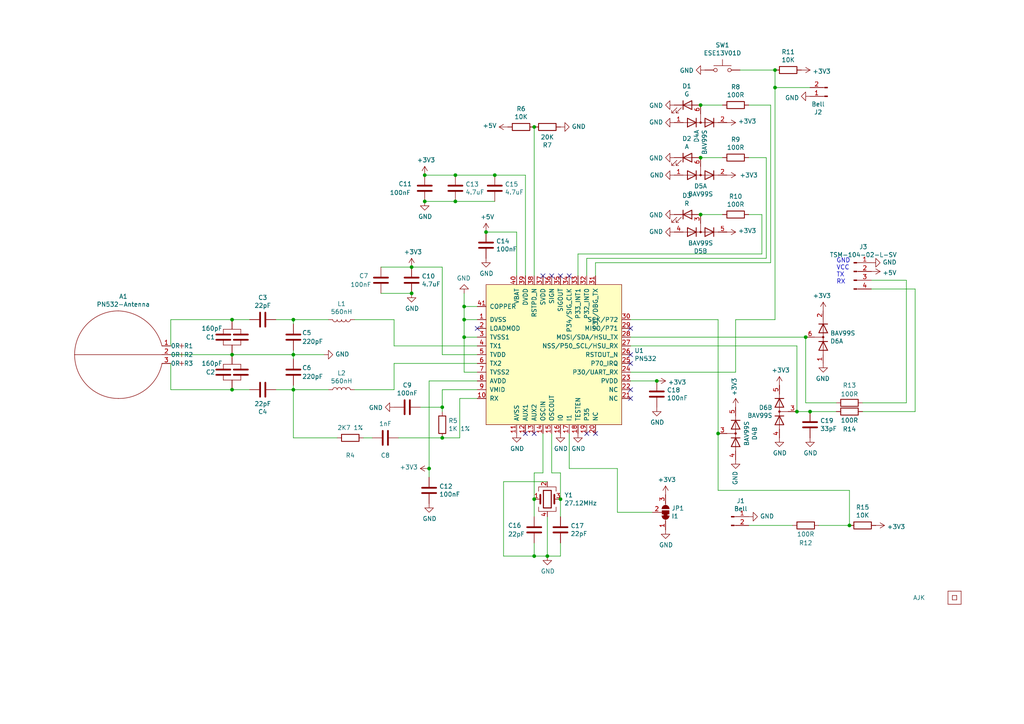
<source format=kicad_sch>
(kicad_sch (version 20211123) (generator eeschema)
  (paper "A4")
  (title_block (title "PN532 NFC Board") (date "${DATE}") (rev "7") (company "Adrian Kennard Andrews & Arnold Ltd") (comment 1 "www.me.uk"))
  (lib_symbols
    (symbol "Connector:Conn_01x02_Male" (pin_names (offset 1.016) hide)
      (property "Reference" "J" (at 0 2.54 0))
      (property "Value" "Conn_01x02_Male" (at 0 -5.08 0))
      (symbol "Conn_01x02_Male_1_1"
        (polyline (pts (xy 1.27 -2.54) (xy 0.8636 -2.54)) (stroke (width 0.1524)))
        (polyline (pts (xy 1.27 0) (xy 0.8636 0)) (stroke (width 0.1524)))
        (rectangle (start 0.8636 -2.413) (end 0 -2.667) (stroke (width 0.1524)) (fill (type outline)))
        (rectangle (start 0.8636 0.127) (end 0 -0.127) (stroke (width 0.1524)) (fill (type outline)))
        (pin passive line (at 5.08 0 180) (length 3.81) (name "Pin_1") (number "1"))
        (pin passive line (at 5.08 -2.54 180) (length 3.81) (name "Pin_2") (number "2"))
      )
    )
    (symbol "Connector:Conn_01x04_Male" (pin_names (offset 1.016) hide)
      (property "Reference" "J" (at 0 5.08 0))
      (property "Value" "Conn_01x04_Male" (at 0 -7.62 0))
      (symbol "Conn_01x04_Male_1_1"
        (polyline (pts (xy 1.27 -5.08) (xy 0.8636 -5.08)) (stroke (width 0.1524)))
        (polyline (pts (xy 1.27 -2.54) (xy 0.8636 -2.54)) (stroke (width 0.1524)))
        (polyline (pts (xy 1.27 0) (xy 0.8636 0)) (stroke (width 0.1524)))
        (polyline (pts (xy 1.27 2.54) (xy 0.8636 2.54)) (stroke (width 0.1524)))
        (rectangle (start 0.8636 -4.953) (end 0 -5.207) (stroke (width 0.1524)) (fill (type outline)))
        (rectangle (start 0.8636 -2.413) (end 0 -2.667) (stroke (width 0.1524)) (fill (type outline)))
        (rectangle (start 0.8636 0.127) (end 0 -0.127) (stroke (width 0.1524)) (fill (type outline)))
        (rectangle (start 0.8636 2.667) (end 0 2.413) (stroke (width 0.1524)) (fill (type outline)))
        (pin passive line (at 5.08 2.54 180) (length 3.81) (name "Pin_1") (number "1"))
        (pin passive line (at 5.08 0 180) (length 3.81) (name "Pin_2") (number "2"))
        (pin passive line (at 5.08 -2.54 180) (length 3.81) (name "Pin_3") (number "3"))
        (pin passive line (at 5.08 -5.08 180) (length 3.81) (name "Pin_4") (number "4"))
      )
    )
    (symbol "Cx2_1" (pin_numbers hide) (pin_names (offset 0.254))
      (property "Reference" "C" (at 0.635 3.429 0))
      (property "Value" "Cx2_1" (at 2.921 -3.429 0))
      (property "Note" "May be two 0603 parts" (at 0 0 0))
      (symbol "Cx2_1_0_1"
        (polyline (pts (xy -2.032 -0.762) (xy 2.032 -0.762)) (stroke (width 0.508)))
        (polyline (pts (xy -2.032 0.762) (xy 2.032 0.762)) (stroke (width 0.508)))
        (polyline (pts (xy 0 -2.286) (xy 0 -0.762)))
        (polyline (pts (xy 0 -2.286) (xy 5.08 -2.286)))
        (polyline (pts (xy 0 2.286) (xy 0 0.889)))
        (polyline (pts (xy 0 2.286) (xy 5.08 2.286)))
        (polyline (pts (xy 5.08 -2.286) (xy 5.08 -0.762)))
        (polyline (pts (xy 5.08 2.286) (xy 5.08 0.635)))
      )
      (symbol "Cx2_1_1_1"
        (polyline (pts (xy 3.048 -0.762) (xy 7.112 -0.762)) (stroke (width 0.508)))
        (polyline (pts (xy 3.048 0.762) (xy 7.112 0.762)) (stroke (width 0.508)))
        (pin passive line (at 2.54 5.08 270) (length 2.794) (name "~") (number "1"))
        (pin passive line (at 2.54 -5.08 90) (length 2.794) (name "~") (number "2"))
      )
    )
    (symbol "Device:C" (pin_numbers hide) (pin_names (offset 0.254))
      (property "Reference" "C" (at 0.635 2.54 0))
      (property "Value" "C" (at 0.635 -2.54 0))
      (symbol "C_0_1"
        (polyline (pts (xy -2.032 -0.762) (xy 2.032 -0.762)) (stroke (width 0.508)))
        (polyline (pts (xy -2.032 0.762) (xy 2.032 0.762)) (stroke (width 0.508)))
      )
      (symbol "C_1_1"
        (pin passive line (at 0 3.81 270) (length 2.794) (name "~") (number "1"))
        (pin passive line (at 0 -3.81 90) (length 2.794) (name "~") (number "2"))
      )
    )
    (symbol "Device:Crystal_GND24" (pin_names (offset 1.016) hide)
      (property "Reference" "Y" (at 3.175 5.08 0))
      (property "Value" "Crystal_GND24" (at 3.175 3.175 0))
      (symbol "Crystal_GND24_0_1"
        (rectangle (start -1.143 2.54) (end 1.143 -2.54) (stroke (width 0.3048)))
        (polyline (pts (xy -2.54 0) (xy -2.032 0)))
        (polyline (pts (xy -2.032 -1.27) (xy -2.032 1.27)) (stroke (width 0.508)))
        (polyline (pts (xy 0 -3.81) (xy 0 -3.556)))
        (polyline (pts (xy 0 3.556) (xy 0 3.81)))
        (polyline (pts (xy 2.032 -1.27) (xy 2.032 1.27)) (stroke (width 0.508)))
        (polyline (pts (xy 2.032 0) (xy 2.54 0)))
        (polyline (pts (xy -2.54 -2.286) (xy -2.54 -3.556) (xy 2.54 -3.556) (xy 2.54 -2.286)))
        (polyline (pts (xy -2.54 2.286) (xy -2.54 3.556) (xy 2.54 3.556) (xy 2.54 2.286)))
      )
      (symbol "Crystal_GND24_1_1"
        (pin passive line (at -3.81 0 0) (length 1.27) (name "1") (number "1"))
        (pin passive line (at 0 5.08 270) (length 1.27) (name "2") (number "2"))
        (pin passive line (at 3.81 0 180) (length 1.27) (name "3") (number "3"))
        (pin passive line (at 0 -5.08 90) (length 1.27) (name "4") (number "4"))
      )
    )
    (symbol "Device:L" (pin_numbers hide) (pin_names (offset 1.016) hide)
      (property "Reference" "L" (at -1.27 0 90))
      (property "Value" "L" (at 1.905 0 90))
      (symbol "L_0_1"
        (arc (start 0 -2.54) (mid 0.635 -1.905) (end 0 -1.27))
        (arc (start 0 -1.27) (mid 0.635 -0.635) (end 0 0))
        (arc (start 0 0) (mid 0.635 0.635) (end 0 1.27))
        (arc (start 0 1.27) (mid 0.635 1.905) (end 0 2.54))
      )
      (symbol "L_1_1"
        (pin passive line (at 0 3.81 270) (length 1.27) (name "1") (number "1"))
        (pin passive line (at 0 -3.81 90) (length 1.27) (name "2") (number "2"))
      )
    )
    (symbol "Device:LED" (pin_numbers hide) (pin_names (offset 1.016) hide)
      (property "Reference" "D" (at 0 2.54 0))
      (property "Value" "LED" (at 0 -2.54 0))
      (symbol "LED_0_1"
        (polyline (pts (xy -1.27 -1.27) (xy -1.27 1.27)) (stroke (width 0.254)))
        (polyline (pts (xy -1.27 0) (xy 1.27 0)))
        (polyline (pts (xy 1.27 -1.27) (xy 1.27 1.27) (xy -1.27 0) (xy 1.27 -1.27)) (stroke (width 0.254)))
        (polyline (pts (xy -3.048 -0.762) (xy -4.572 -2.286) (xy -3.81 -2.286) (xy -4.572 -2.286) (xy -4.572 -1.524)))
        (polyline (pts (xy -1.778 -0.762) (xy -3.302 -2.286) (xy -2.54 -2.286) (xy -3.302 -2.286) (xy -3.302 -1.524)))
      )
      (symbol "LED_1_1"
        (pin passive line (at -3.81 0 0) (length 2.54) (name "K") (number "1"))
        (pin passive line (at 3.81 0 180) (length 2.54) (name "A") (number "2"))
      )
    )
    (symbol "Device:R" (pin_numbers hide) (pin_names (offset 0))
      (property "Reference" "R" (at 2.032 0 90))
      (property "Value" "R" (at 0 0 90))
      (symbol "R_0_1"
        (rectangle (start -1.016 -2.54) (end 1.016 2.54) (stroke (width 0.254)))
      )
      (symbol "R_1_1"
        (pin passive line (at 0 3.81 270) (length 1.27) (name "~") (number "1"))
        (pin passive line (at 0 -3.81 90) (length 1.27) (name "~") (number "2"))
      )
    )
    (symbol "Diode:BAV99S" (pin_names (offset 0.0254) hide)
      (property "Reference" "D" (at 0 2.54 0))
      (property "Value" "BAV99S" (at 0 5.08 0))
      (symbol "BAV99S_0_1"
        (polyline (pts (xy -5.08 0) (xy 5.08 0)))
        (polyline (pts (xy 0 0) (xy 0 -2.54)))
        (polyline (pts (xy -1.27 -1.27) (xy -1.27 1.27) (xy -1.27 1.27)) (stroke (width 0.254)))
        (polyline (pts (xy 3.81 1.27) (xy 3.81 -1.27) (xy 3.81 -1.27)) (stroke (width 0.254)))
        (polyline (pts (xy -3.81 1.27) (xy -1.27 0) (xy -3.81 -1.27) (xy -3.81 1.27) (xy -3.81 1.27) (xy -3.81 1.27)) (stroke (width 0.254)))
        (polyline (pts (xy 1.27 1.27) (xy 3.81 0) (xy 1.27 -1.27) (xy 1.27 1.27) (xy 1.27 1.27) (xy 1.27 1.27)) (stroke (width 0.254)))
        (circle (center 0 0) (radius 0.254) (fill (type outline)))
      )
      (symbol "BAV99S_1_1"
        (polyline (pts (xy 6.35 0) (xy 7.62 0)))
        (pin passive line (at -7.62 0 0) (length 2.54) (name "A1") (number "1"))
        (pin passive line (at 7.62 0 180) (length 2.54) (name "K2") (number "2"))
        (pin passive line (at 0 -5.08 90) (length 2.54) (name "K3A4") (number "6"))
      )
      (symbol "BAV99S_2_1"
        (polyline (pts (xy 6.35 0) (xy 7.62 0)))
        (pin passive line (at 0 -5.08 90) (length 2.54) (name "K1A2") (number "3"))
        (pin passive line (at -7.62 0 0) (length 2.54) (name "A3") (number "4"))
        (pin passive line (at 7.62 0 180) (length 2.54) (name "K4") (number "5"))
      )
    )
    (symbol "Hidden_2" (pin_names (offset 1.016))
      (property "Reference" "Z" (at 0.635 0 0))
      (property "Value" "Hidden_2" (at 4.445 0 0))
      (symbol "Hidden_2_0_1"
        (polyline (pts (xy -0.635 0) (xy 0.635 0)) (stroke (width 0.1524)))
        (polyline (pts (xy 0 0.635) (xy 0 -0.635)) (stroke (width 0.1524)))
      )
      (symbol "Hidden_2_1_1"
        (pin no_connect non_logic (at 0 -2.54 90) (length 2.54) hide (name "~") (number "~"))
      )
    )
    (symbol "Jumper:SolderJumper_3_Bridged12" (pin_names (offset 0) hide)
      (property "Reference" "JP" (at -2.54 -2.54 0))
      (property "Value" "SolderJumper_3_Bridged12" (at 0 2.794 0))
      (symbol "SolderJumper_3_Bridged12_0_1"
        (rectangle (start -1.016 0.508) (end -0.508 -0.508) (fill (type outline)))
        (arc (start -1.016 1.016) (mid -2.032 0) (end -1.016 -1.016))
        (arc (start -1.016 1.016) (mid -2.032 0) (end -1.016 -1.016) (fill (type outline)))
        (rectangle (start -0.508 1.016) (end 0.508 -1.016) (fill (type outline)))
        (polyline (pts (xy -2.54 0) (xy -2.032 0)))
        (polyline (pts (xy -1.016 1.016) (xy -1.016 -1.016)))
        (polyline (pts (xy 0 -1.27) (xy 0 -1.016)))
        (polyline (pts (xy 1.016 1.016) (xy 1.016 -1.016)))
        (polyline (pts (xy 2.54 0) (xy 2.032 0)))
        (arc (start 1.016 -1.016) (mid 2.032 0) (end 1.016 1.016))
        (arc (start 1.016 -1.016) (mid 2.032 0) (end 1.016 1.016) (fill (type outline)))
      )
      (symbol "SolderJumper_3_Bridged12_1_1"
        (pin passive line (at -5.08 0 0) (length 2.54) (name "A") (number "1"))
        (pin input line (at 0 -3.81 90) (length 2.54) (name "C") (number "2"))
        (pin passive line (at 5.08 0 180) (length 2.54) (name "B") (number "3"))
      )
    )
    (symbol "QR_1" (pin_names (offset 1.016)) (in_bom no)
      (symbol "QR_1_0_1"
        (rectangle (start -1.905 -1.905) (end -1.905 1.905))
        (rectangle (start -1.905 1.905) (end 1.905 1.905))
        (rectangle (start -0.635 -0.635) (end -0.635 0.635))
        (rectangle (start -0.635 0.635) (end 0.635 0.635))
        (rectangle (start 0.635 -0.635) (end -0.635 -0.635))
        (rectangle (start 0.635 0.635) (end 0.635 -0.635))
        (rectangle (start 1.905 -1.905) (end -1.905 -1.905))
        (rectangle (start 1.905 1.905) (end 1.905 -1.905))
      )
    )
    (symbol "RevK:AJK" (pin_names (offset 1.016)) (in_bom no)
      (property "Value" "AJK" (at 0 0 0))
    )
    (symbol "RevK:Hidden" (pin_names (offset 1.016))
      (property "Reference" "Z" (at 0.635 0 0))
      (property "Value" "Hidden" (at 4.445 0 0))
      (symbol "Hidden_0_1"
        (polyline (pts (xy -0.635 0) (xy 0.635 0)) (stroke (width 0.1524)))
        (polyline (pts (xy 0 0.635) (xy 0 -0.635)) (stroke (width 0.1524)))
      )
      (symbol "Hidden_1_1"
        (pin no_connect non_logic (at 0 -2.54 90) (length 2.54) hide (name "~") (number "~"))
      )
    )
    (symbol "RevK:PN532" (pin_names (offset 1.016))
      (property "Reference" "U" (at -21.59 13.97 0))
      (property "Value" "PN532" (at -3.81 35.56 0))
      (symbol "PN532_0_1"
        (rectangle (start -22.86 57.15) (end 16.51 16.51) (fill (type background)))
      )
      (symbol "PN532_1_1"
        (pin power_in line (at -25.4 46.99 0) (length 2.54) (name "DVSS") (number "1"))
        (pin input line (at -25.4 24.13 0) (length 2.54) (name "RX") (number "10"))
        (pin power_in line (at -13.97 13.97 90) (length 2.54) (name "AVSS") (number "11"))
        (pin output line (at -11.43 13.97 90) (length 2.54) (name "AUX1") (number "12"))
        (pin output line (at -8.89 13.97 90) (length 2.54) (name "AUX2") (number "13"))
        (pin input line (at -6.35 13.97 90) (length 2.54) (name "OSCIN") (number "14"))
        (pin output line (at -3.81 13.97 90) (length 2.54) (name "OSCOUT") (number "15"))
        (pin input line (at -1.27 13.97 90) (length 2.54) (name "I0") (number "16"))
        (pin input line (at 1.27 13.97 90) (length 2.54) (name "I1") (number "17"))
        (pin input line (at 3.81 13.97 90) (length 2.54) (name "TESTEN") (number "18"))
        (pin bidirectional line (at 6.35 13.97 90) (length 2.54) (name "P35") (number "19"))
        (pin output line (at -25.4 44.45 0) (length 2.54) (name "LOADMOD") (number "2"))
        (pin passive line (at 8.89 13.97 90) (length 2.54) (name "NC") (number "20"))
        (pin passive line (at 19.05 24.13 180) (length 2.54) (name "NC") (number "21"))
        (pin passive line (at 19.05 26.67 180) (length 2.54) (name "NC") (number "22"))
        (pin power_in line (at 19.05 29.21 180) (length 2.54) (name "PVDD") (number "23"))
        (pin bidirectional line (at 19.05 31.75 180) (length 2.54) (name "P30/UART_RX") (number "24"))
        (pin bidirectional line (at 19.05 34.29 180) (length 2.54) (name "P70_IRQ") (number "25"))
        (pin output line (at 19.05 36.83 180) (length 2.54) (name "RSTOUT_N") (number "26"))
        (pin bidirectional line (at 19.05 39.37 180) (length 2.54) (name "NSS/P50_SCL/HSU_RX") (number "27"))
        (pin bidirectional line (at 19.05 41.91 180) (length 2.54) (name "MOSI/SDA/HSU_TX") (number "28"))
        (pin bidirectional line (at 19.05 44.45 180) (length 2.54) (name "MISO/P71") (number "29"))
        (pin power_in line (at -25.4 41.91 0) (length 2.54) (name "TVSS1") (number "3"))
        (pin bidirectional line (at 19.05 46.99 180) (length 2.54) (name "SCK/P72") (number "30"))
        (pin bidirectional line (at 8.89 59.69 270) (length 2.54) (name "P31/DBG_TX") (number "31"))
        (pin bidirectional line (at 6.35 59.69 270) (length 2.54) (name "P32_INT0") (number "32"))
        (pin bidirectional line (at 3.81 59.69 270) (length 2.54) (name "P33_INT1") (number "33"))
        (pin bidirectional line (at 1.27 59.69 270) (length 2.54) (name "P34/SIG_CLK") (number "34"))
        (pin output line (at -1.27 59.69 270) (length 2.54) (name "SIGOUT") (number "35"))
        (pin input line (at -3.81 59.69 270) (length 2.54) (name "SIGN") (number "36"))
        (pin power_out line (at -6.35 59.69 270) (length 2.54) (name "SVDD") (number "37"))
        (pin input line (at -8.89 59.69 270) (length 2.54) (name "RSTPD_N") (number "38"))
        (pin power_out line (at -11.43 59.69 270) (length 2.54) (name "DVDD") (number "39"))
        (pin output line (at -25.4 39.37 0) (length 2.54) (name "TX1") (number "4"))
        (pin power_in line (at -13.97 59.69 270) (length 2.54) (name "VBAT") (number "40"))
        (pin passive line (at -25.4 50.8 0) (length 2.54) (name "COPPER") (number "41"))
        (pin power_in line (at -25.4 36.83 0) (length 2.54) (name "TVDD") (number "5"))
        (pin output line (at -25.4 34.29 0) (length 2.54) (name "TX2") (number "6"))
        (pin power_in line (at -25.4 31.75 0) (length 2.54) (name "TVSS2") (number "7"))
        (pin power_in line (at -25.4 29.21 0) (length 2.54) (name "AVDD") (number "8"))
        (pin output line (at -25.4 26.67 0) (length 2.54) (name "VMID") (number "9"))
      )
    )
    (symbol "RevK:PN532-Antenna" (pin_names (offset 1.016)) (in_bom no)
      (property "Reference" "A" (at 0 -15.24 0))
      (property "Value" "PN532-Antenna" (at 0 1.27 0))
      (symbol "PN532-Antenna_0_1"
        (arc (start 0 -12.7) (mid 8.196 -9.9275) (end 12.7 -2.54))
        (polyline (pts (xy 12.7 0) (xy -12.7 0)))
        (arc (start 0 12.7) (mid -12.7 0) (end 0 -12.7))
        (arc (start 12.7 2.54) (mid 8.0366 9.7282) (end 0 12.7))
      )
      (symbol "PN532-Antenna_1_1"
        (pin bidirectional line (at 15.24 2.54 180) (length 2.54) (name "") (number "1"))
        (pin bidirectional line (at 15.24 0 180) (length 2.54) (name "") (number "2"))
        (pin bidirectional line (at 15.24 -2.54 180) (length 2.54) (name "") (number "3"))
      )
    )
    (symbol "Switch:SW_Push" (pin_numbers hide) (pin_names (offset 1.016) hide)
      (property "Reference" "SW" (at 1.27 2.54 0))
      (property "Value" "SW_Push" (at 0 -1.524 0))
      (symbol "SW_Push_0_1"
        (circle (center -2.032 0) (radius 0.508))
        (polyline (pts (xy 0 1.27) (xy 0 3.048)))
        (polyline (pts (xy 2.54 1.27) (xy -2.54 1.27)))
        (circle (center 2.032 0) (radius 0.508))
        (pin passive line (at -5.08 0 0) (length 2.54) (name "1") (number "1"))
        (pin passive line (at 5.08 0 180) (length 2.54) (name "2") (number "2"))
      )
    )
    (symbol "power:+3.3V" (power) (pin_names (offset 0))
      (property "Value" "+3.3V" (at 0 3.556 0))
      (symbol "+3.3V_0_1"
        (polyline (pts (xy -0.762 1.27) (xy 0 2.54)))
        (polyline (pts (xy 0 0) (xy 0 2.54)))
        (polyline (pts (xy 0 2.54) (xy 0.762 1.27)))
      )
      (symbol "+3.3V_1_1"
        (pin power_in line (at 0 0 90) (length 0) hide (name "+3V3") (number "1"))
      )
    )
    (symbol "power:+5V" (power) (pin_names (offset 0))
      (property "Value" "+5V" (at 0 3.556 0))
      (symbol "+5V_0_1"
        (polyline (pts (xy -0.762 1.27) (xy 0 2.54)))
        (polyline (pts (xy 0 0) (xy 0 2.54)))
        (polyline (pts (xy 0 2.54) (xy 0.762 1.27)))
      )
      (symbol "+5V_1_1"
        (pin power_in line (at 0 0 90) (length 0) hide (name "+5V") (number "1"))
      )
    )
    (symbol "power:GND" (power) (pin_names (offset 0))
      (property "Value" "GND" (at 0 -3.81 0))
      (symbol "GND_0_1"
        (polyline (pts (xy 0 0) (xy 0 -1.27) (xy 1.27 -1.27) (xy 0 -2.54) (xy -1.27 -1.27) (xy 0 -1.27)))
      )
      (symbol "GND_1_1"
        (pin power_in line (at 0 0 270) (length 0) hide (name "GND") (number "1"))
      )
    )
  )
  (junction (at 85.09 113.03))
  (junction (at 140.97 67.31))
  (junction (at 162.56 144.78))
  (junction (at 190.5 110.49))
  (junction (at 134.62 88.9))
  (junction (at 134.62 92.71))
  (junction (at 203.2 62.23))
  (junction (at 67.31 113.03))
  (junction (at 233.68 97.79))
  (junction (at 119.38 77.47))
  (junction (at 128.27 118.11))
  (junction (at 224.79 25.4))
  (junction (at 231.14 119.38))
  (junction (at 132.08 58.42))
  (junction (at 134.62 97.79))
  (junction (at 123.19 58.42))
  (junction (at 208.28 125.73))
  (junction (at 123.19 50.8))
  (junction (at 85.09 92.71))
  (junction (at 154.94 144.78))
  (junction (at 132.08 50.8))
  (junction (at 154.94 161.29))
  (junction (at 143.51 50.8))
  (junction (at 158.75 161.29))
  (junction (at 67.31 102.87))
  (junction (at 119.38 85.09))
  (junction (at 203.2 45.72))
  (junction (at 128.27 127))
  (junction (at 224.79 20.32))
  (junction (at 234.95 119.38))
  (junction (at 67.31 92.71))
  (junction (at 154.94 36.83))
  (junction (at 124.46 135.89))
  (junction (at 85.09 102.87))
  (junction (at 203.2 30.48))
  (junction (at 246.38 152.4))
  (no_connect (at 182.88 102.87))
  (no_connect (at 162.56 80.01))
  (no_connect (at 170.18 125.73))
  (no_connect (at 154.94 125.73))
  (no_connect (at 182.88 115.57))
  (no_connect (at 182.88 113.03))
  (no_connect (at 157.48 80.01))
  (no_connect (at 182.88 105.41))
  (no_connect (at 165.1 80.01))
  (no_connect (at 172.72 125.73))
  (no_connect (at 138.43 95.25))
  (no_connect (at 182.88 95.25))
  (no_connect (at 152.4 125.73))
  (no_connect (at 160.02 80.01))
  (wire (pts (xy 160.02 125.73) (xy 160.02 137.16)))
  (wire (pts (xy 146.05 139.7) (xy 146.05 161.29)))
  (wire (pts (xy 158.75 139.7) (xy 146.05 139.7)))
  (wire (pts (xy 217.17 45.72) (xy 222.25 45.72)))
  (wire (pts (xy 85.09 101.6) (xy 85.09 102.87)))
  (wire (pts (xy 114.3 105.41) (xy 138.43 105.41)))
  (wire (pts (xy 229.87 152.4) (xy 217.17 152.4)))
  (wire (pts (xy 217.17 62.23) (xy 220.98 62.23)))
  (wire (pts (xy 49.53 105.41) (xy 49.53 113.03)))
  (wire (pts (xy 224.79 25.4) (xy 234.95 25.4)))
  (wire (pts (xy 170.18 74.93) (xy 170.18 80.01)))
  (wire (pts (xy 154.94 137.16) (xy 154.94 144.78)))
  (wire (pts (xy 132.08 50.8) (xy 143.51 50.8)))
  (wire (pts (xy 222.25 45.72) (xy 222.25 74.93)))
  (wire (pts (xy 85.09 102.87) (xy 85.09 104.14)))
  (wire (pts (xy 110.49 77.47) (xy 119.38 77.47)))
  (wire (pts (xy 233.68 116.84) (xy 233.68 97.79)))
  (wire (pts (xy 146.05 161.29) (xy 154.94 161.29)))
  (wire (pts (xy 49.53 92.71) (xy 49.53 100.33)))
  (wire (pts (xy 138.43 107.95) (xy 134.62 107.95)))
  (wire (pts (xy 114.3 105.41) (xy 114.3 113.03)))
  (wire (pts (xy 134.62 92.71) (xy 138.43 92.71)))
  (wire (pts (xy 85.09 92.71) (xy 95.25 92.71)))
  (wire (pts (xy 209.55 30.48) (xy 203.2 30.48)))
  (wire (pts (xy 80.01 92.71) (xy 85.09 92.71)))
  (wire (pts (xy 265.43 119.38) (xy 250.19 119.38)))
  (wire (pts (xy 157.48 125.73) (xy 157.48 137.16)))
  (wire (pts (xy 134.62 88.9) (xy 138.43 88.9)))
  (wire (pts (xy 114.3 92.71) (xy 114.3 100.33)))
  (wire (pts (xy 208.28 92.71) (xy 208.28 125.73)))
  (wire (pts (xy 134.62 97.79) (xy 134.62 92.71)))
  (wire (pts (xy 152.4 80.01) (xy 152.4 50.8)))
  (wire (pts (xy 154.94 144.78) (xy 154.94 149.86)))
  (wire (pts (xy 128.27 102.87) (xy 128.27 77.47)))
  (wire (pts (xy 182.88 92.71) (xy 208.28 92.71)))
  (wire (pts (xy 85.09 102.87) (xy 93.98 102.87)))
  (wire (pts (xy 67.31 113.03) (xy 72.39 113.03)))
  (wire (pts (xy 114.3 100.33) (xy 138.43 100.33)))
  (wire (pts (xy 172.72 76.2) (xy 172.72 80.01)))
  (wire (pts (xy 213.36 92.71) (xy 224.79 92.71)))
  (wire (pts (xy 213.36 107.95) (xy 182.88 107.95)))
  (wire (pts (xy 67.31 102.87) (xy 85.09 102.87)))
  (wire (pts (xy 132.08 58.42) (xy 123.19 58.42)))
  (wire (pts (xy 237.49 152.4) (xy 246.38 152.4)))
  (wire (pts (xy 138.43 110.49) (xy 124.46 110.49)))
  (wire (pts (xy 85.09 113.03) (xy 95.25 113.03)))
  (wire (pts (xy 119.38 77.47) (xy 128.27 77.47)))
  (wire (pts (xy 252.73 81.28) (xy 262.89 81.28)))
  (wire (pts (xy 128.27 127) (xy 133.35 127)))
  (wire (pts (xy 49.53 102.87) (xy 67.31 102.87)))
  (wire (pts (xy 138.43 102.87) (xy 128.27 102.87)))
  (wire (pts (xy 128.27 118.11) (xy 128.27 119.38)))
  (wire (pts (xy 124.46 110.49) (xy 124.46 135.89)))
  (wire (pts (xy 224.79 25.4) (xy 224.79 92.71)))
  (wire (pts (xy 138.43 115.57) (xy 133.35 115.57)))
  (wire (pts (xy 115.57 127) (xy 128.27 127)))
  (wire (pts (xy 134.62 97.79) (xy 138.43 97.79)))
  (wire (pts (xy 233.68 97.79) (xy 182.88 97.79)))
  (wire (pts (xy 167.64 73.66) (xy 220.98 73.66)))
  (wire (pts (xy 242.57 119.38) (xy 234.95 119.38)))
  (wire (pts (xy 102.87 113.03) (xy 114.3 113.03)))
  (wire (pts (xy 265.43 83.82) (xy 265.43 119.38)))
  (wire (pts (xy 85.09 113.03) (xy 85.09 127)))
  (wire (pts (xy 162.56 137.16) (xy 162.56 144.78)))
  (wire (pts (xy 132.08 50.8) (xy 123.19 50.8)))
  (wire (pts (xy 217.17 30.48) (xy 223.52 30.48)))
  (wire (pts (xy 234.95 119.38) (xy 231.14 119.38)))
  (wire (pts (xy 143.51 50.8) (xy 152.4 50.8)))
  (wire (pts (xy 262.89 81.28) (xy 262.89 116.84)))
  (wire (pts (xy 157.48 137.16) (xy 154.94 137.16)))
  (wire (pts (xy 165.1 135.89) (xy 179.07 135.89)))
  (wire (pts (xy 85.09 127) (xy 97.79 127)))
  (wire (pts (xy 132.08 58.42) (xy 143.51 58.42)))
  (wire (pts (xy 134.62 107.95) (xy 134.62 97.79)))
  (wire (pts (xy 124.46 135.89) (xy 124.46 138.43)))
  (wire (pts (xy 160.02 137.16) (xy 162.56 137.16)))
  (wire (pts (xy 138.43 113.03) (xy 128.27 113.03)))
  (wire (pts (xy 149.86 67.31) (xy 149.86 80.01)))
  (wire (pts (xy 85.09 92.71) (xy 85.09 93.98)))
  (wire (pts (xy 242.57 116.84) (xy 233.68 116.84)))
  (wire (pts (xy 223.52 30.48) (xy 223.52 76.2)))
  (wire (pts (xy 172.72 76.2) (xy 223.52 76.2)))
  (wire (pts (xy 105.41 127) (xy 107.95 127)))
  (wire (pts (xy 167.64 73.66) (xy 167.64 80.01)))
  (wire (pts (xy 133.35 115.57) (xy 133.35 127)))
  (wire (pts (xy 224.79 20.32) (xy 224.79 25.4)))
  (wire (pts (xy 209.55 62.23) (xy 203.2 62.23)))
  (wire (pts (xy 85.09 111.76) (xy 85.09 113.03)))
  (wire (pts (xy 220.98 62.23) (xy 220.98 73.66)))
  (wire (pts (xy 134.62 88.9) (xy 134.62 85.09)))
  (wire (pts (xy 154.94 157.48) (xy 154.94 161.29)))
  (wire (pts (xy 182.88 100.33) (xy 231.14 100.33)))
  (wire (pts (xy 154.94 36.83) (xy 154.94 80.01)))
  (wire (pts (xy 158.75 149.86) (xy 158.75 161.29)))
  (wire (pts (xy 182.88 110.49) (xy 190.5 110.49)))
  (wire (pts (xy 162.56 161.29) (xy 158.75 161.29)))
  (wire (pts (xy 246.38 142.24) (xy 246.38 152.4)))
  (wire (pts (xy 162.56 144.78) (xy 162.56 149.86)))
  (wire (pts (xy 222.25 74.93) (xy 170.18 74.93)))
  (wire (pts (xy 208.28 142.24) (xy 246.38 142.24)))
  (wire (pts (xy 121.92 118.11) (xy 128.27 118.11)))
  (wire (pts (xy 128.27 113.03) (xy 128.27 118.11)))
  (wire (pts (xy 67.31 92.71) (xy 72.39 92.71)))
  (wire (pts (xy 213.36 107.95) (xy 213.36 92.71)))
  (wire (pts (xy 49.53 92.71) (xy 67.31 92.71)))
  (wire (pts (xy 262.89 116.84) (xy 250.19 116.84)))
  (wire (pts (xy 179.07 148.59) (xy 189.23 148.59)))
  (wire (pts (xy 140.97 67.31) (xy 149.86 67.31)))
  (wire (pts (xy 179.07 135.89) (xy 179.07 148.59)))
  (wire (pts (xy 208.28 125.73) (xy 208.28 142.24)))
  (wire (pts (xy 252.73 83.82) (xy 265.43 83.82)))
  (wire (pts (xy 231.14 100.33) (xy 231.14 119.38)))
  (wire (pts (xy 110.49 85.09) (xy 119.38 85.09)))
  (wire (pts (xy 154.94 161.29) (xy 158.75 161.29)))
  (wire (pts (xy 80.01 113.03) (xy 85.09 113.03)))
  (wire (pts (xy 162.56 157.48) (xy 162.56 161.29)))
  (wire (pts (xy 102.87 92.71) (xy 114.3 92.71)))
  (wire (pts (xy 165.1 125.73) (xy 165.1 135.89)))
  (wire (pts (xy 214.63 20.32) (xy 224.79 20.32)))
  (wire (pts (xy 209.55 45.72) (xy 203.2 45.72)))
  (wire (pts (xy 49.53 113.03) (xy 67.31 113.03)))
  (wire (pts (xy 134.62 92.71) (xy 134.62 88.9)))
  (text "GND\nVCC\nTX\nRX" (at 242.57 82.55 0) (effects (font (size 1.27 1.27)) (justify left bottom)))
  (symbol (lib_id "RevK:PN532-Antenna") (at 34.29 102.87 0) (unit 1) (in_bom no)
    (property "Reference" "A1" (at 35.7632 85.979 0))
    (property "Value" "PN532-Antenna" (at 35.7632 88.2904 0))
    (property "Footprint" "RevK:PN532-Antenna6" (effects hide))
    (property "Note" "Non part, PCB printed" (effects hide))
  )
  (symbol (lib_id "RevK:PN532") (at 163.83 139.7 0) (unit 1)
    (property "Reference" "U1" (at 183.9976 101.7016 0) (effects (justify left)))
    (property "Value" "PN532" (at 183.9976 104.013 0) (effects (justify left)))
    (property "Footprint" "RevK:QFN-40-1EP_6x6mm_P0.5mm_EP4.6x4.6mm" (effects hide))
    (property "Datasheet" "https://www.mouser.co.uk/ProductDetail/771-PN5321A3HN10" (effects hide))
    (property "Part No" "PN5321A3HN/C106,51" (effects hide))
    (property "Manufacturer" "NXP Semiconductors" (effects hide))
  )
  (symbol (lib_name "Cx2_1") (lib_id "RevK:Cx2") (at 64.77 97.79 0) (unit 1)
    (property "Reference" "C1" (at 59.69 97.79 0) (effects (justify left)))
    (property "Value" "160pF" (at 58.42 95.25 0) (effects (justify left)))
    (property "Footprint" "RevK:C_0603" (effects hide))
    (property "Datasheet" "https://www.mouser.co.uk/ProductDetail/80-C0603X161F1HACTU" (effects hide))
    (property "Part No" "C0603X161F1HACTU" (effects hide))
    (property "Manufacturer" "KEMET" (effects hide))
  )
  (symbol (lib_id "Device:C") (at 76.2 92.71 270) (unit 1)
    (property "Reference" "C3" (at 76.2 86.3092 90))
    (property "Value" "22pF" (at 76.2 88.6206 90))
    (property "Footprint" "RevK:C_0603" (effects hide))
    (property "Datasheet" "https://www.mouser.co.uk/ProductDetail/791-0603N220F500CT" (effects hide))
    (property "Note" "0603" (effects hide))
    (property "Part No" "0603N220F500CT" (effects hide))
    (property "Manufacturer" "Walsin" (effects hide))
  )
  (symbol (lib_id "Device:C") (at 76.2 113.03 90) (unit 1)
    (property "Reference" "C4" (at 76.2 119.4308 90))
    (property "Value" "22pF" (at 76.2 117.1194 90))
    (property "Footprint" "RevK:C_0603" (effects hide))
    (property "Datasheet" "https://www.mouser.co.uk/ProductDetail/791-0603N220F500CT" (effects hide))
    (property "Note" "0603" (effects hide))
    (property "Part No" "0603N220F500CT" (effects hide))
    (property "Manufacturer" "Walsin" (effects hide))
  )
  (symbol (lib_id "Device:C") (at 85.09 97.79 180) (unit 1)
    (property "Reference" "C5" (at 87.63 96.52 0) (effects (justify right)))
    (property "Value" "220pF" (at 87.63 99.06 0) (effects (justify right)))
    (property "Footprint" "RevK:C_0603" (effects hide))
    (property "Part No" "0603-220pF-50V" (effects hide))
  )
  (symbol (lib_id "Device:C") (at 85.09 107.95 0) (unit 1)
    (property "Reference" "C6" (at 87.63 106.68 0) (effects (justify left)))
    (property "Value" "220pF" (at 87.63 109.22 0) (effects (justify left)))
    (property "Footprint" "RevK:C_0603" (effects hide))
    (property "Part No" "0603-220pF-50V" (effects hide))
  )
  (symbol (lib_id "Device:L") (at 99.06 92.71 270) (unit 1)
    (property "Reference" "L1" (at 99.06 88.1126 90))
    (property "Value" "560nH" (at 99.06 90.424 90))
    (property "Footprint" "RevK:L_1206_1008" (effects hide))
    (property "Datasheet" "https://www.mouser.co.uk/ProductDetail/81-LQW2UASR56G00L" (effects hide))
    (property "Note" "High quality inductor" (effects hide))
    (property "Part No" "LQW2UASR56G00L" (effects hide))
    (property "Manufacturer" "Murata Electronics" (effects hide))
  )
  (symbol (lib_id "Device:L") (at 99.06 113.03 90) (unit 1)
    (property "Reference" "L2" (at 99.06 108.204 90))
    (property "Value" "560nH" (at 99.06 110.5154 90))
    (property "Footprint" "RevK:L_1206_1008" (effects hide))
    (property "Datasheet" "https://www.mouser.co.uk/ProductDetail/81-LQW2UASR56G00L" (effects hide))
    (property "Note" "High quality inductor" (effects hide))
    (property "Part No" "LQW2UASR56G00L" (effects hide))
    (property "Manufacturer" "Murata Electronics" (effects hide))
  )
  (symbol (lib_id "Device:C") (at 111.76 127 270) (unit 1)
    (property "Reference" "C8" (at 111.76 132.08 90))
    (property "Value" "1nF" (at 111.76 122.9106 90))
    (property "Footprint" "RevK:C_0603" (effects hide))
    (property "Datasheet" "https://www.mouser.co.uk/ProductDetail/77-VJ0603A102GXAPBC" (effects hide))
    (property "Note" "0603" (effects hide))
    (property "Part No" "VJ0603A102GXAPW1BC" (effects hide))
    (property "Manufacturer" "Vishay / Vitramon" (effects hide))
  )
  (symbol (lib_id "Device:Crystal_GND24") (at 158.75 144.78 0) (unit 1)
    (property "Reference" "Y1" (at 163.6776 143.6116 0) (effects (justify left)))
    (property "Value" "27.12MHz" (at 163.6776 145.923 0) (effects (justify left)))
    (property "Footprint" "RevK:Crystal-3.2x2.5" (effects hide))
    (property "Datasheet" "https://www.mouser.co.uk/ProductDetail/815-ABM81-271-10B1UT" (effects hide))
    (property "Part No" "ABM81-27.120MHZ-10-B1U-T3" (effects hide))
    (property "Manufacturer" "ABRACON" (effects hide))
  )
  (symbol (lib_id "Device:C") (at 118.11 118.11 270) (unit 1)
    (property "Reference" "C9" (at 118.11 111.7092 90))
    (property "Value" "100nF" (at 118.11 114.0206 90))
    (property "Footprint" "RevK:C_0603" (effects hide))
    (property "Part No" "0603-100nF-25V" (effects hide))
  )
  (symbol (lib_id "Device:R") (at 101.6 127 270) (unit 1)
    (property "Reference" "R4" (at 101.6 132.08 90))
    (property "Value" "2K7 1%" (at 101.6 124.0536 90))
    (property "Footprint" "RevK:R_0603" (effects hide))
    (property "Datasheet" "https://www.mouser.co.uk/ProductDetail/603-RC0603FR-102K7L" (effects hide))
    (property "Note" "0603" (effects hide))
    (property "Part No" "RC0603FR-102K7L" (effects hide))
    (property "Manufacturer" "YAGEO" (effects hide))
  )
  (symbol (lib_id "Device:R") (at 128.27 123.19 180) (unit 1)
    (property "Reference" "R5" (at 130.048 122.0216 0) (effects (justify right)))
    (property "Value" "1K 1%" (at 130.048 124.333 0) (effects (justify right)))
    (property "Footprint" "RevK:R_0603" (effects hide))
    (property "Datasheet" "https://www.mouser.co.uk/ProductDetail/71-CRCW06031K00FKEAC" (effects hide))
    (property "Note" "0603" (effects hide))
    (property "Part No" "CRCW06031K00FKEAC" (effects hide))
    (property "Manufacturer" "Vishay / Dale" (effects hide))
  )
  (symbol (lib_id "Device:C") (at 119.38 81.28 0) (unit 1)
    (property "Reference" "C10" (at 122.301 80.1116 0) (effects (justify left)))
    (property "Value" "4.7uF" (at 122.301 82.423 0) (effects (justify left)))
    (property "Footprint" "RevK:C_0603" (effects hide))
    (property "Part No" "0603-4.7uF-10V" (effects hide))
  )
  (symbol (lib_id "Device:C") (at 110.49 81.28 0) (unit 1)
    (property "Reference" "C7" (at 104.14 80.01 0) (effects (justify left)))
    (property "Value" "100nF" (at 101.6 82.55 0) (effects (justify left)))
    (property "Footprint" "RevK:C_0603" (effects hide))
    (property "Part No" "0603-100nF-25V" (effects hide))
  )
  (symbol (lib_id "Device:C") (at 140.97 71.12 0) (unit 1)
    (property "Reference" "C14" (at 143.891 69.9516 0) (effects (justify left)))
    (property "Value" "100nF" (at 143.891 72.263 0) (effects (justify left)))
    (property "Footprint" "RevK:C_0603" (effects hide))
    (property "Part No" "0603-100nF-25V" (effects hide))
  )
  (symbol (lib_id "Device:C") (at 123.19 54.61 0) (unit 1)
    (property "Reference" "C11" (at 115.57 53.34 0) (effects (justify left)))
    (property "Value" "100nF" (at 113.03 55.88 0) (effects (justify left)))
    (property "Footprint" "RevK:C_0603" (effects hide))
    (property "Part No" "0603-100nF-25V" (effects hide))
  )
  (symbol (lib_id "Device:C") (at 132.08 54.61 0) (unit 1)
    (property "Reference" "C13" (at 135.001 53.4416 0) (effects (justify left)))
    (property "Value" "4.7uF" (at 135.001 55.753 0) (effects (justify left)))
    (property "Footprint" "RevK:C_0603" (effects hide))
    (property "Part No" "0603-4.7uF-10V" (effects hide))
  )
  (symbol (lib_id "Device:R") (at 151.13 36.83 270) (unit 1)
    (property "Reference" "R6" (at 151.13 31.5722 90))
    (property "Value" "10K" (at 151.13 33.8836 90))
    (property "Footprint" "RevK:R_0603" (effects hide))
    (property "Part No" "0603-10K" (effects hide))
  )
  (symbol (lib_id "Device:C") (at 190.5 114.3 0) (unit 1)
    (property "Reference" "C18" (at 193.421 113.1316 0) (effects (justify left)))
    (property "Value" "100nF" (at 193.421 115.443 0) (effects (justify left)))
    (property "Footprint" "RevK:C_0603" (effects hide))
    (property "Part No" "0603-100nF-25V" (effects hide))
  )
  (symbol (lib_id "Device:C") (at 154.94 153.67 0) (unit 1)
    (property "Reference" "C16" (at 147.32 152.4 0) (effects (justify left)))
    (property "Value" "22pF" (at 147.32 154.94 0) (effects (justify left)))
    (property "Footprint" "RevK:C_0603" (effects hide))
    (property "Part No" "0603-22pF-50V" (effects hide))
  )
  (symbol (lib_id "Device:C") (at 162.56 153.67 0) (unit 1)
    (property "Reference" "C17" (at 165.481 152.5016 0) (effects (justify left)))
    (property "Value" "22pF" (at 165.481 154.813 0) (effects (justify left)))
    (property "Footprint" "RevK:C_0603" (effects hide))
    (property "Part No" "0603-22pF-50V" (effects hide))
  )
  (symbol (lib_id "power:GND") (at 93.98 102.87 90) (unit 1)
    (property "Reference" "#PWR01" (effects hide))
    (property "Value" "GND" (at 97.2312 102.743 90) (effects (justify right)))
  )
  (symbol (lib_id "Switch:SW_Push") (at 209.55 20.32 0) (unit 1)
    (property "Reference" "SW1" (at 209.55 13.081 0))
    (property "Value" "ESE13V01D" (at 209.55 15.3924 0))
    (property "Footprint" "RevK:ESE13" (effects hide))
    (property "Datasheet" "https://docs.rs-online.com/73f9/0900766b810acfc9.pdf" (effects hide))
    (property "Part No" "ESE13V01D" (effects hide))
    (property "Manufacturer" "Panasonic" (effects hide))
  )
  (symbol (lib_id "power:GND") (at 114.3 118.11 270) (unit 1)
    (property "Reference" "#PWR02" (effects hide))
    (property "Value" "GND" (at 111.0488 118.237 90) (effects (justify right)))
  )
  (symbol (lib_id "power:+3.3V") (at 119.38 77.47 0) (unit 1)
    (property "Reference" "#PWR03" (effects hide))
    (property "Value" "+3.3V" (at 119.761 73.0758 0))
  )
  (symbol (lib_id "power:GND") (at 119.38 85.09 0) (unit 1)
    (property "Reference" "#PWR04" (effects hide))
    (property "Value" "GND" (at 119.507 89.4842 0))
  )
  (symbol (lib_id "Device:C") (at 124.46 142.24 0) (unit 1)
    (property "Reference" "C12" (at 127.381 141.0716 0) (effects (justify left)))
    (property "Value" "100nF" (at 127.381 143.383 0) (effects (justify left)))
    (property "Footprint" "RevK:C_0603" (effects hide))
    (property "Part No" "0603-100nF-25V" (effects hide))
  )
  (symbol (lib_id "power:GND") (at 124.46 146.05 0) (unit 1)
    (property "Reference" "#PWR08" (effects hide))
    (property "Value" "GND" (at 124.587 150.4442 0))
  )
  (symbol (lib_id "power:+3.3V") (at 124.46 135.89 90) (unit 1)
    (property "Reference" "#PWR07" (effects hide))
    (property "Value" "+3.3V" (at 121.2088 135.509 90) (effects (justify left)))
  )
  (symbol (lib_id "power:GND") (at 134.62 85.09 180) (unit 1)
    (property "Reference" "#PWR09" (effects hide))
    (property "Value" "GND" (at 134.493 80.6958 0))
  )
  (symbol (lib_id "power:GND") (at 140.97 74.93 0) (unit 1)
    (property "Reference" "#PWR011" (effects hide))
    (property "Value" "GND" (at 141.097 79.3242 0))
  )
  (symbol (lib_id "power:+5V") (at 140.97 67.31 0) (unit 1)
    (property "Reference" "#PWR010" (effects hide))
    (property "Value" "+5V" (at 141.351 62.9158 0))
  )
  (symbol (lib_id "power:GND") (at 123.19 58.42 0) (unit 1)
    (property "Reference" "#PWR06" (effects hide))
    (property "Value" "GND" (at 123.317 62.8142 0))
  )
  (symbol (lib_id "power:+3.3V") (at 123.19 50.8 0) (unit 1)
    (property "Reference" "#PWR05" (effects hide))
    (property "Value" "+3.3V" (at 123.571 46.4058 0))
  )
  (symbol (lib_id "power:GND") (at 190.5 118.11 0) (unit 1)
    (property "Reference" "#PWR019" (effects hide))
    (property "Value" "GND" (at 190.627 122.5042 0))
  )
  (symbol (lib_id "power:GND") (at 167.64 125.73 0) (unit 1)
    (property "Reference" "#PWR017" (effects hide))
    (property "Value" "GND" (at 167.767 130.1242 0))
  )
  (symbol (lib_id "power:GND") (at 149.86 125.73 0) (unit 1)
    (property "Reference" "#PWR013" (effects hide))
    (property "Value" "GND" (at 149.987 130.1242 0))
  )
  (symbol (lib_id "power:GND") (at 158.75 161.29 0) (unit 1)
    (property "Reference" "#PWR014" (effects hide))
    (property "Value" "GND" (at 158.877 165.6842 0))
  )
  (symbol (lib_id "Connector:Conn_01x04_Male") (at 247.65 78.74 0) (unit 1)
    (property "Reference" "J3" (at 250.3932 71.6026 0))
    (property "Value" "TSM-104-02-L-SV" (at 250.3932 73.914 0))
    (property "Footprint" "RevK:PinHeader_1x04_P2.54mm_Vertical_SMD_Pin1Right" (effects hide))
    (property "Datasheet" "https://pdl.designspark.com/api/v1/manufacturers/98601efc6c674649abf42134/part/b4dcfc8d41594e97bc8aadd4/f3fea6d011fc4c3895b9a1d2/1.zip" (effects hide))
    (property "PartNo" "TSM-104-02-L-SV" (effects hide))
    (property "Manufacturer" "Samtec" (effects hide))
  )
  (symbol (lib_id "power:GND") (at 252.73 76.2 90) (unit 1)
    (property "Reference" "#PWR042" (effects hide))
    (property "Value" "GND" (at 255.9812 76.073 90) (effects (justify right)))
  )
  (symbol (lib_id "power:+5V") (at 252.73 78.74 270) (unit 1)
    (property "Reference" "#PWR043" (effects hide))
    (property "Value" "+5V" (at 255.9812 79.121 90) (effects (justify left)))
  )
  (symbol (lib_id "Device:LED") (at 199.39 30.48 0) (unit 1)
    (property "Reference" "D1" (at 199.2122 24.9682 0))
    (property "Value" "G" (at 199.2122 27.2796 0))
    (property "Footprint" "RevK:STP_156120xx7530" (effects hide))
    (property "Datasheet" "https://www.mouser.co.uk/ProductDetail/710-156120VS75300" (effects hide))
    (property "Note" "Reverse mount LED" (effects hide))
    (property "Part No" "156120VS75300" (effects hide))
    (property "Manufacturer" "Wurth Elektronik" (effects hide))
  )
  (symbol (lib_id "Device:LED") (at 199.39 45.72 0) (unit 1)
    (property "Reference" "D2" (at 199.2122 40.2082 0))
    (property "Value" "A" (at 199.2122 42.5196 0))
    (property "Footprint" "RevK:STP_156120xx7530" (effects hide))
    (property "Datasheet" "https://www.mouser.co.uk/ProductDetail/710-156120YS75300" (effects hide))
    (property "Note" "Reverse mount LED" (effects hide))
    (property "Part No" "156120YS75300" (effects hide))
    (property "Manufacturer" "Wurth Elektronik" (effects hide))
  )
  (symbol (lib_id "Device:LED") (at 199.39 62.23 0) (unit 1)
    (property "Reference" "D3" (at 199.2122 56.7182 0))
    (property "Value" "R" (at 199.2122 59.0296 0))
    (property "Footprint" "RevK:STP_156120xx7530" (effects hide))
    (property "Datasheet" "https://www.mouser.co.uk/ProductDetail/710-156120RS75300" (effects hide))
    (property "Note" "Reverse mount LED" (effects hide))
    (property "Part No" "156120RS75300" (effects hide))
    (property "Manufacturer" "Wurth Elektronik" (effects hide))
  )
  (symbol (lib_id "Device:R") (at 213.36 30.48 270) (unit 1)
    (property "Reference" "R8" (at 213.36 25.2222 90))
    (property "Value" "100R" (at 213.36 27.5336 90))
    (property "Footprint" "RevK:R_0603" (effects hide))
    (property "Part No" "0603-100R" (effects hide))
  )
  (symbol (lib_id "Device:R") (at 213.36 45.72 270) (unit 1)
    (property "Reference" "R9" (at 213.36 40.4622 90))
    (property "Value" "100R" (at 213.36 42.7736 90))
    (property "Footprint" "RevK:R_0603" (effects hide))
    (property "Part No" "0603-100R" (effects hide))
  )
  (symbol (lib_id "Device:R") (at 213.36 62.23 270) (unit 1)
    (property "Reference" "R10" (at 213.36 56.9722 90))
    (property "Value" "100R" (at 213.36 59.2836 90))
    (property "Footprint" "RevK:R_0603" (effects hide))
    (property "Part No" "0603-100R" (effects hide))
  )
  (symbol (lib_id "Device:R") (at 228.6 20.32 270) (unit 1)
    (property "Reference" "R11" (at 228.6 15.0622 90))
    (property "Value" "10K" (at 228.6 17.3736 90))
    (property "Footprint" "RevK:R_0603" (effects hide))
    (property "Part No" "0603-10K" (effects hide))
  )
  (symbol (lib_id "power:+3.3V") (at 232.41 20.32 270) (unit 1)
    (property "Reference" "#PWR037" (effects hide))
    (property "Value" "+3.3V" (at 235.6612 20.701 90) (effects (justify left)))
  )
  (symbol (lib_id "power:+5V") (at 147.32 36.83 90) (unit 1)
    (property "Reference" "#PWR012" (effects hide))
    (property "Value" "+5V" (at 144.0688 36.449 90) (effects (justify left)))
  )
  (symbol (lib_id "Device:R") (at 158.75 36.83 90) (unit 1)
    (property "Reference" "R7" (at 158.75 42.0878 90))
    (property "Value" "20K" (at 158.75 39.7764 90))
    (property "Footprint" "RevK:R_0603" (effects hide))
    (property "Datasheet" "https://www.mouser.co.uk/ProductDetail/603-RC0603JR-1020KL" (effects hide))
    (property "Note" "0603" (effects hide))
    (property "Part No" "RC0603JR-1020KL" (effects hide))
    (property "Manufacturer" "YAGEO" (effects hide))
  )
  (symbol (lib_id "power:GND") (at 162.56 36.83 90) (unit 1)
    (property "Reference" "#PWR015" (effects hide))
    (property "Value" "GND" (at 165.8112 36.703 90) (effects (justify right)))
  )
  (symbol (lib_id "power:GND") (at 162.56 125.73 0) (unit 1)
    (property "Reference" "#PWR016" (effects hide))
    (property "Value" "GND" (at 162.687 130.1242 0))
  )
  (symbol (lib_id "Connector:Conn_01x02_Male") (at 212.09 149.86 0) (unit 1) (in_bom no)
    (property "Reference" "J1" (at 214.8332 145.2626 0))
    (property "Value" "Bell" (at 214.8332 147.574 0))
    (property "Footprint" "RevK:PinHeader_1x02_P2.54mm_Vertical_SMD_Pin1Right" (effects hide))
    (property "Note" "Non fit" (effects hide))
  )
  (symbol (lib_id "power:+3.3V") (at 190.5 110.49 270) (unit 1)
    (property "Reference" "#PWR018" (effects hide))
    (property "Value" "+3.3V" (at 193.7512 110.871 90) (effects (justify left)))
  )
  (symbol (lib_id "Device:R") (at 250.19 152.4 270) (unit 1)
    (property "Reference" "R15" (at 250.19 147.1422 90))
    (property "Value" "10K" (at 250.19 149.4536 90))
    (property "Footprint" "RevK:R_0603" (effects hide))
    (property "Part No" "0603-10K" (effects hide))
  )
  (symbol (lib_id "power:+3.3V") (at 254 152.4 270) (unit 1)
    (property "Reference" "#PWR044" (effects hide))
    (property "Value" "+3.3V" (at 257.2512 152.781 90) (effects (justify left)))
  )
  (symbol (lib_id "power:GND") (at 217.17 149.86 90) (unit 1)
    (property "Reference" "#PWR034" (effects hide))
    (property "Value" "GND" (at 220.4212 149.733 90) (effects (justify right)))
  )
  (symbol (lib_id "power:GND") (at 193.04 153.67 0) (unit 1)
    (property "Reference" "#PWR021" (effects hide))
    (property "Value" "GND" (at 193.167 158.0642 0))
  )
  (symbol (lib_id "power:+3.3V") (at 193.04 143.51 0) (unit 1)
    (property "Reference" "#PWR020" (effects hide))
    (property "Value" "+3.3V" (at 193.421 139.1158 0))
  )
  (symbol (lib_id "Jumper:SolderJumper_3_Bridged12") (at 193.04 148.59 270) (mirror x) (unit 1) (in_bom no)
    (property "Reference" "JP1" (at 194.7672 147.4216 90) (effects (justify left)))
    (property "Value" "I1" (at 194.7672 149.733 90) (effects (justify left)))
    (property "Footprint" "RevK:SolderJumper3" (effects hide))
    (property "Note" "No part, PCB printed" (effects hide))
  )
  (symbol (lib_id "Device:R") (at 246.38 119.38 270) (unit 1)
    (property "Reference" "R14" (at 246.38 124.46 90))
    (property "Value" "100R" (at 246.38 121.92 90))
    (property "Footprint" "RevK:R_0603" (effects hide))
    (property "Part No" "0603-100R" (effects hide))
  )
  (symbol (lib_id "Device:C") (at 143.51 54.61 0) (unit 1)
    (property "Reference" "C15" (at 146.431 53.4416 0) (effects (justify left)))
    (property "Value" "4.7uF" (at 146.431 55.753 0) (effects (justify left)))
    (property "Footprint" "RevK:C_0603" (effects hide))
    (property "Part No" "0603-4.7uF-10V" (effects hide))
  )
  (symbol (lib_id "Device:R") (at 246.38 116.84 270) (unit 1)
    (property "Reference" "R13" (at 246.38 111.76 90))
    (property "Value" "100R" (at 246.38 114.3 90))
    (property "Footprint" "RevK:R_0603" (effects hide))
    (property "Part No" "0603-100R" (effects hide))
  )
  (symbol (lib_id "Diode:BAV99S") (at 213.36 125.73 270) (mirror x) (unit 2)
    (property "Reference" "D4" (at 218.8718 125.73 0))
    (property "Value" "BAV99S" (at 216.5604 125.73 0))
    (property "Footprint" "RevK:SOT-363_SC-70-6" (effects hide))
    (property "Datasheet" "https://www.mouser.co.uk/ProductDetail/771-BAV99S-T-R" (effects hide))
    (property "Part No" "BAV99S,115" (effects hide))
    (property "Manufacturer" "Nexperia" (effects hide))
  )
  (symbol (lib_id "Diode:BAV99S") (at 226.06 119.38 90) (unit 2)
    (property "Reference" "D6" (at 224.0534 118.2116 90) (effects (justify left)))
    (property "Value" "BAV99S" (at 224.0534 120.523 90) (effects (justify left)))
    (property "Footprint" "RevK:SOT-363_SC-70-6" (effects hide))
    (property "Datasheet" "https://www.mouser.co.uk/ProductDetail/771-BAV99S-T-R" (effects hide))
    (property "Part No" "BAV99S,115" (effects hide))
    (property "Manufacturer" "Nexperia" (effects hide))
  )
  (symbol (lib_id "Diode:BAV99S") (at 238.76 97.79 270) (mirror x) (unit 1)
    (property "Reference" "D6" (at 240.792 98.9584 90) (effects (justify left)))
    (property "Value" "BAV99S" (at 240.792 96.647 90) (effects (justify left)))
    (property "Footprint" "RevK:SOT-363_SC-70-6" (effects hide))
    (property "Datasheet" "https://www.mouser.co.uk/ProductDetail/771-BAV99S-T-R" (effects hide))
    (property "Part No" "BAV99S,115" (effects hide))
    (property "Manufacturer" "Nexperia" (effects hide))
  )
  (symbol (lib_id "Device:R") (at 233.68 152.4 270) (unit 1)
    (property "Reference" "R12" (at 233.68 157.48 90))
    (property "Value" "100R" (at 233.68 154.94 90))
    (property "Footprint" "RevK:R_0603" (effects hide))
    (property "Part No" "0603-100R" (effects hide))
  )
  (symbol (lib_id "Diode:BAV99S") (at 203.2 35.56 0) (mirror x) (unit 1)
    (property "Reference" "D4" (at 202.0316 37.592 90) (effects (justify left)))
    (property "Value" "BAV99S" (at 204.343 37.592 90) (effects (justify left)))
    (property "Footprint" "RevK:SOT-363_SC-70-6" (effects hide))
    (property "Datasheet" "https://www.mouser.co.uk/ProductDetail/771-BAV99S-T-R" (effects hide))
    (property "Part No" "BAV99S,115" (effects hide))
    (property "Manufacturer" "Nexperia" (effects hide))
  )
  (symbol (lib_id "power:GND") (at 238.76 105.41 0) (mirror y) (unit 1)
    (property "Reference" "#PWR041" (effects hide))
    (property "Value" "GND" (at 238.633 109.8042 0))
  )
  (symbol (lib_id "power:+3.3V") (at 238.76 90.17 0) (mirror y) (unit 1)
    (property "Reference" "#PWR040" (effects hide))
    (property "Value" "+3.3V" (at 238.379 85.7758 0))
  )
  (symbol (lib_id "Diode:BAV99S") (at 203.2 50.8 0) (mirror x) (unit 1)
    (property "Reference" "D5" (at 203.2 53.975 0))
    (property "Value" "BAV99S" (at 203.2 56.2864 0))
    (property "Footprint" "RevK:SOT-363_SC-70-6" (effects hide))
    (property "Datasheet" "https://www.mouser.co.uk/ProductDetail/771-BAV99S-T-R" (effects hide))
    (property "Part No" "BAV99S,115" (effects hide))
    (property "Manufacturer" "Nexperia" (effects hide))
  )
  (symbol (lib_id "Diode:BAV99S") (at 203.2 67.31 0) (mirror x) (unit 2)
    (property "Reference" "D5" (at 203.2 72.8218 0))
    (property "Value" "BAV99S" (at 203.2 70.5104 0))
    (property "Footprint" "RevK:SOT-363_SC-70-6" (effects hide))
    (property "Datasheet" "https://www.mouser.co.uk/ProductDetail/771-BAV99S-T-R" (effects hide))
    (property "Part No" "BAV99S,115" (effects hide))
    (property "Manufacturer" "Nexperia" (effects hide))
  )
  (symbol (lib_id "power:GND") (at 195.58 67.31 270) (mirror x) (unit 1)
    (property "Reference" "#PWR027" (effects hide))
    (property "Value" "GND" (at 192.3288 67.183 90) (effects (justify right)))
  )
  (symbol (lib_id "power:GND") (at 195.58 35.56 270) (mirror x) (unit 1)
    (property "Reference" "#PWR023" (effects hide))
    (property "Value" "GND" (at 192.3288 35.433 90) (effects (justify right)))
  )
  (symbol (lib_id "power:GND") (at 195.58 50.8 270) (mirror x) (unit 1)
    (property "Reference" "#PWR025" (effects hide))
    (property "Value" "GND" (at 190.5 50.8 90))
  )
  (symbol (lib_id "power:GND") (at 213.36 133.35 0) (mirror y) (unit 1)
    (property "Reference" "#PWR033" (effects hide))
    (property "Value" "GND" (at 213.233 136.6012 90) (effects (justify right)))
  )
  (symbol (lib_id "power:GND") (at 226.06 127 0) (unit 1)
    (property "Reference" "#PWR036" (effects hide))
    (property "Value" "GND" (at 226.187 131.3942 0))
  )
  (symbol (lib_id "Device:C") (at 234.95 123.19 0) (unit 1)
    (property "Reference" "C19" (at 237.871 122.0216 0) (effects (justify left)))
    (property "Value" "33pF" (at 237.871 124.333 0) (effects (justify left)))
    (property "Footprint" "RevK:C_0603" (effects hide))
    (property "Part No" "0603-33pF-50V" (effects hide))
  )
  (symbol (lib_id "power:GND") (at 204.47 20.32 270) (unit 1)
    (property "Reference" "#PWR028" (effects hide))
    (property "Value" "GND" (at 201.2188 20.447 90) (effects (justify right)))
  )
  (symbol (lib_id "power:GND") (at 195.58 30.48 270) (unit 1)
    (property "Reference" "#PWR022" (effects hide))
    (property "Value" "GND" (at 192.3288 30.607 90) (effects (justify right)))
  )
  (symbol (lib_id "power:GND") (at 195.58 45.72 270) (unit 1)
    (property "Reference" "#PWR024" (effects hide))
    (property "Value" "GND" (at 192.3288 45.847 90) (effects (justify right)))
  )
  (symbol (lib_id "power:GND") (at 195.58 62.23 270) (unit 1)
    (property "Reference" "#PWR026" (effects hide))
    (property "Value" "GND" (at 192.3288 62.357 90) (effects (justify right)))
  )
  (symbol (lib_id "power:GND") (at 234.95 127 0) (unit 1)
    (property "Reference" "#PWR039" (effects hide))
    (property "Value" "GND" (at 235.077 131.3942 0))
  )
  (symbol (lib_id "power:+3.3V") (at 226.06 111.76 0) (unit 1)
    (property "Reference" "#PWR035" (effects hide))
    (property "Value" "+3.3V" (at 226.441 107.3658 0))
  )
  (symbol (lib_id "power:+3.3V") (at 213.36 118.11 0) (mirror y) (unit 1)
    (property "Reference" "#PWR032" (effects hide))
    (property "Value" "+3.3V" (at 212.979 114.8588 90) (effects (justify left)))
  )
  (symbol (lib_id "power:+3.3V") (at 210.82 67.31 270) (mirror x) (unit 1)
    (property "Reference" "#PWR031" (effects hide))
    (property "Value" "+3.3V" (at 214.0712 66.929 90) (effects (justify left)))
  )
  (symbol (lib_id "power:+3.3V") (at 210.82 35.56 270) (mirror x) (unit 1)
    (property "Reference" "#PWR029" (effects hide))
    (property "Value" "+3.3V" (at 214.0712 35.179 90) (effects (justify left)))
  )
  (symbol (lib_id "power:+3.3V") (at 210.82 50.8 270) (mirror x) (unit 1)
    (property "Reference" "#PWR030" (effects hide))
    (property "Value" "+3.3V" (at 217.17 50.8 90))
  )
  (symbol (lib_name "QR_1") (lib_id "RevK:QR") (at 276.86 173.355 0) (unit 1) (in_bom no)
    (property "Reference" "U2" (effects hide))
    (property "Value" "QR" (effects hide))
    (property "Footprint" "RevK:QR-PN532" (effects hide))
    (property "Note" "Non part, PCB printed" (effects hide))
  )
  (symbol (lib_id "RevK:AJK") (at 264.16 173.355 0) (unit 1) (in_bom no)
    (property "Reference" "AJK1" (effects hide))
    (property "Value" "AJK" (at 264.795 173.355 0) (effects (justify left)))
    (property "Footprint" "RevK:AJK" (effects hide))
    (property "Note" "Non part, PCB printed" (effects hide))
  )
  (symbol (lib_name "Hidden_2") (lib_id "RevK:Hidden") (at 52.705 105.41 0) (unit 1)
    (property "Reference" "R3" (at 53.34 105.41 0) (effects (justify left)))
    (property "Value" "0R" (at 49.53 105.41 0) (effects (justify left)))
    (property "Footprint" "RevK:R_0603_" (effects hide))
    (property "Part No" "0603-0R" (effects hide))
  )
  (symbol (lib_id "power:GND") (at 234.95 27.94 270) (unit 1)
    (property "Reference" "#PWR038" (effects hide))
    (property "Value" "GND" (at 231.7751 28.3738 90) (effects (justify right)))
  )
  (symbol (lib_name "Cx2_1") (lib_id "RevK:Cx2") (at 64.77 107.95 0) (unit 1)
    (property "Reference" "C2" (at 59.69 107.95 0) (effects (justify left)))
    (property "Value" "160pF" (at 58.42 105.41 0) (effects (justify left)))
    (property "Footprint" "RevK:C_0603" (effects hide))
    (property "Datasheet" "https://www.mouser.co.uk/ProductDetail/80-C0603X161F1HACTU" (effects hide))
    (property "Part No" "C0603X161F1HACTU" (effects hide))
    (property "Manufacturer" "KEMET" (effects hide))
  )
  (symbol (lib_name "Hidden_2") (lib_id "RevK:Hidden") (at 52.705 100.33 0) (unit 1)
    (property "Reference" "R1" (at 53.34 100.33 0) (effects (justify left)))
    (property "Value" "0R" (at 49.53 100.33 0) (effects (justify left)))
    (property "Footprint" "RevK:R_0603_" (effects hide))
    (property "Part No" "0603-0R" (effects hide))
  )
  (symbol (lib_id "RevK:Hidden") (at 52.705 102.87 0) (unit 1)
    (property "Reference" "R2" (at 53.34 102.87 0) (effects (justify left)))
    (property "Value" "0R" (at 49.53 102.87 0) (effects (justify left)))
    (property "Footprint" "RevK:R_0805_" (effects hide))
    (property "Part No" "0805-0R" (effects hide))
  )
  (symbol (lib_id "Connector:Conn_01x02_Male") (at 240.03 27.94 180) (unit 1) (in_bom no)
    (property "Reference" "J2" (at 237.2868 32.5374 0))
    (property "Value" "Bell" (at 237.2868 30.226 0))
    (property "Footprint" "RevK:PinHeader_1x02_P2.54mm_Vertical_SMD_Pin1Left" (effects hide))
    (property "Note" "Non fit" (effects hide))
  )
)
</source>
